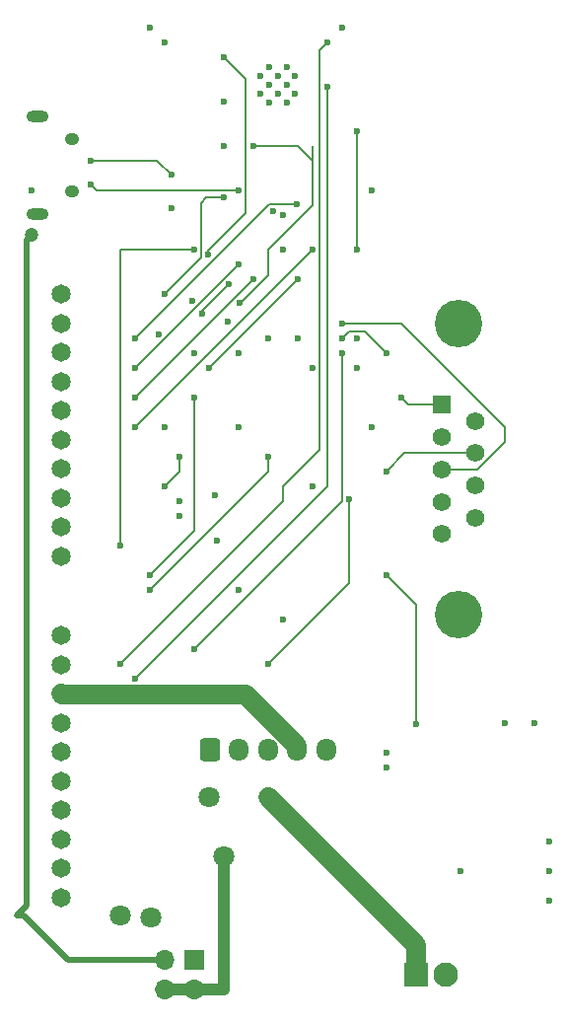
<source format=gbr>
%TF.GenerationSoftware,KiCad,Pcbnew,8.0.5*%
%TF.CreationDate,2024-10-10T20:32:43-06:00*%
%TF.ProjectId,PancakeCNCPCB,50616e63-616b-4654-934e-435043422e6b,rev?*%
%TF.SameCoordinates,Original*%
%TF.FileFunction,Copper,L4,Bot*%
%TF.FilePolarity,Positive*%
%FSLAX46Y46*%
G04 Gerber Fmt 4.6, Leading zero omitted, Abs format (unit mm)*
G04 Created by KiCad (PCBNEW 8.0.5) date 2024-10-10 20:32:43*
%MOMM*%
%LPD*%
G01*
G04 APERTURE LIST*
G04 Aperture macros list*
%AMRoundRect*
0 Rectangle with rounded corners*
0 $1 Rounding radius*
0 $2 $3 $4 $5 $6 $7 $8 $9 X,Y pos of 4 corners*
0 Add a 4 corners polygon primitive as box body*
4,1,4,$2,$3,$4,$5,$6,$7,$8,$9,$2,$3,0*
0 Add four circle primitives for the rounded corners*
1,1,$1+$1,$2,$3*
1,1,$1+$1,$4,$5*
1,1,$1+$1,$6,$7*
1,1,$1+$1,$8,$9*
0 Add four rect primitives between the rounded corners*
20,1,$1+$1,$2,$3,$4,$5,0*
20,1,$1+$1,$4,$5,$6,$7,0*
20,1,$1+$1,$6,$7,$8,$9,0*
20,1,$1+$1,$8,$9,$2,$3,0*%
G04 Aperture macros list end*
%TA.AperFunction,ComponentPad*%
%ADD10C,0.600000*%
%TD*%
%TA.AperFunction,ComponentPad*%
%ADD11O,1.900000X1.000000*%
%TD*%
%TA.AperFunction,ComponentPad*%
%ADD12O,1.250000X1.050000*%
%TD*%
%TA.AperFunction,ComponentPad*%
%ADD13R,1.700000X1.700000*%
%TD*%
%TA.AperFunction,ComponentPad*%
%ADD14O,1.700000X1.700000*%
%TD*%
%TA.AperFunction,ComponentPad*%
%ADD15C,1.651000*%
%TD*%
%TA.AperFunction,ComponentPad*%
%ADD16R,1.575000X1.575000*%
%TD*%
%TA.AperFunction,ComponentPad*%
%ADD17C,1.575000*%
%TD*%
%TA.AperFunction,ComponentPad*%
%ADD18C,4.066000*%
%TD*%
%TA.AperFunction,ComponentPad*%
%ADD19RoundRect,0.250000X-0.600000X-0.725000X0.600000X-0.725000X0.600000X0.725000X-0.600000X0.725000X0*%
%TD*%
%TA.AperFunction,ComponentPad*%
%ADD20O,1.700000X1.950000*%
%TD*%
%TA.AperFunction,ComponentPad*%
%ADD21R,2.100000X2.100000*%
%TD*%
%TA.AperFunction,ComponentPad*%
%ADD22C,2.100000*%
%TD*%
%TA.AperFunction,ViaPad*%
%ADD23C,1.800000*%
%TD*%
%TA.AperFunction,ViaPad*%
%ADD24C,0.600000*%
%TD*%
%TA.AperFunction,ViaPad*%
%ADD25C,1.200000*%
%TD*%
%TA.AperFunction,Conductor*%
%ADD26C,0.200000*%
%TD*%
%TA.AperFunction,Conductor*%
%ADD27C,1.700000*%
%TD*%
%TA.AperFunction,Conductor*%
%ADD28C,1.000000*%
%TD*%
%TA.AperFunction,Conductor*%
%ADD29C,0.500000*%
%TD*%
G04 APERTURE END LIST*
D10*
%TO.P,U2,41,GND*%
%TO.N,GND*%
X50140000Y-52590000D03*
X50140000Y-54090000D03*
X50890000Y-51840000D03*
X50890000Y-53340000D03*
X50890000Y-54840000D03*
X51640000Y-52590000D03*
X51640000Y-54090000D03*
X52390000Y-51840000D03*
X52390000Y-53340000D03*
X52390000Y-54840000D03*
X53140000Y-52590000D03*
X53140000Y-54090000D03*
%TD*%
D11*
%TO.P,J1,6,Shield*%
%TO.N,GND*%
X31000000Y-64430000D03*
D12*
X34000000Y-62480000D03*
X34000000Y-58030000D03*
D11*
X31000000Y-56080000D03*
%TD*%
D13*
%TO.P,J7,1,Pin_a1*%
%TO.N,+12V*%
X44430000Y-128470000D03*
D14*
%TO.P,J7,2,Pin_a2*%
%TO.N,VBUS*%
X41890000Y-128470000D03*
%TO.P,J7,3,Pin_b2*%
%TO.N,Net-(J7-Pin_b1)*%
X44430000Y-131010000D03*
%TO.P,J7,4,Pin_b1*%
X41890000Y-131010000D03*
%TD*%
D15*
%TO.P,J4,1,Pin_1*%
%TO.N,Net-(J4-Pin_1)*%
X33000000Y-71320000D03*
%TO.P,J4,2,Pin_2*%
%TO.N,Net-(J4-Pin_2)*%
X33000000Y-73820000D03*
%TO.P,J4,3,Pin_3*%
%TO.N,Net-(J4-Pin_3)*%
X33000000Y-76320000D03*
%TO.P,J4,4,Pin_4*%
%TO.N,Net-(J4-Pin_4)*%
X33000000Y-78820000D03*
%TO.P,J4,5,Pin_5*%
%TO.N,Net-(J4-Pin_5)*%
X33000000Y-81320000D03*
%TO.P,J4,6,Pin_6*%
%TO.N,Net-(J4-Pin_6)*%
X33000000Y-83820000D03*
%TO.P,J4,7,Pin_7*%
%TO.N,Net-(J4-Pin_7)*%
X33000000Y-86320000D03*
%TO.P,J4,8,Pin_8*%
%TO.N,Net-(J4-Pin_8)*%
X33000000Y-88820000D03*
%TO.P,J4,9,Pin_9*%
%TO.N,+3.3V*%
X33000000Y-91320000D03*
%TO.P,J4,10,Pin_10*%
%TO.N,GND*%
X33000000Y-93820000D03*
%TD*%
%TO.P,J5,10,Pin_10*%
%TO.N,Net-(J5-Pin_10)*%
X33000000Y-123110000D03*
%TO.P,J5,9,Pin_9*%
%TO.N,Net-(J5-Pin_9)*%
X33000000Y-120610000D03*
%TO.P,J5,8,Pin_8*%
%TO.N,Net-(J5-Pin_8)*%
X33000000Y-118110000D03*
%TO.P,J5,7,Pin_7*%
%TO.N,Net-(J5-Pin_7)*%
X33000000Y-115610000D03*
%TO.P,J5,6,Pin_6*%
%TO.N,Net-(J5-Pin_6)*%
X33000000Y-113110000D03*
%TO.P,J5,5,Pin_5*%
%TO.N,Net-(J5-Pin_5)*%
X33000000Y-110610000D03*
%TO.P,J5,4,Pin_4*%
%TO.N,Net-(J5-Pin_4)*%
X33000000Y-108110000D03*
%TO.P,J5,3,Pin_3*%
%TO.N,+5V*%
X33000000Y-105610000D03*
%TO.P,J5,2,Pin_2*%
%TO.N,+3.3V*%
X33000000Y-103110000D03*
%TO.P,J5,1,Pin_1*%
%TO.N,GND*%
X33000000Y-100610000D03*
%TD*%
D16*
%TO.P,J2,1,1*%
%TO.N,Net-(U2-IO15)*%
X65727500Y-80815000D03*
D17*
%TO.P,J2,2,2*%
%TO.N,GND*%
X65727500Y-83585000D03*
%TO.P,J2,3,3*%
%TO.N,Net-(U2-IO16)*%
X65727500Y-86355000D03*
%TO.P,J2,4,4*%
%TO.N,GND*%
X65727500Y-89125000D03*
%TO.P,J2,5,5*%
%TO.N,unconnected-(J2-Pad5)*%
X65727500Y-91895000D03*
%TO.P,J2,6,6*%
%TO.N,unconnected-(J2-Pad6)*%
X68567500Y-82200000D03*
%TO.P,J2,7,7*%
%TO.N,Net-(U6-B2)*%
X68567500Y-84970000D03*
%TO.P,J2,8,8*%
%TO.N,+5V*%
X68567500Y-87740000D03*
%TO.P,J2,9,9*%
%TO.N,GND*%
X68567500Y-90510000D03*
D18*
%TO.P,J2,S1*%
%TO.N,N/C*%
X67147500Y-98850000D03*
%TO.P,J2,S2*%
X67147500Y-73860000D03*
%TD*%
D19*
%TO.P,J6,1,Pin_1*%
%TO.N,Net-(J6-Pin_1)*%
X45780000Y-110390000D03*
D20*
%TO.P,J6,2,Pin_2*%
%TO.N,Net-(J6-Pin_2)*%
X48280000Y-110390000D03*
%TO.P,J6,3,Pin_3*%
%TO.N,Net-(J6-Pin_3)*%
X50780000Y-110390000D03*
%TO.P,J6,4,Pin_4*%
%TO.N,+5V*%
X53280000Y-110390000D03*
%TO.P,J6,5,Pin_5*%
%TO.N,GND*%
X55780000Y-110390000D03*
%TD*%
D21*
%TO.P,J3,1,Pin_1*%
%TO.N,+12V*%
X63480000Y-129740000D03*
D22*
%TO.P,J3,2,Pin_2*%
%TO.N,GND*%
X66020000Y-129740000D03*
%TD*%
D23*
%TO.N,+3.3V*%
X45700000Y-114500000D03*
D24*
%TO.N,Net-(D4-A2)*%
X42490000Y-61096857D03*
X35540000Y-59890000D03*
%TO.N,GND*%
X57130000Y-48460000D03*
X40620000Y-48460000D03*
%TO.N,+3.3V*%
X41890000Y-49730000D03*
%TO.N,Net-(D3-A1)*%
X47300000Y-73646471D03*
%TO.N,Net-(D4-A2)*%
X42490000Y-63935834D03*
X41410616Y-74760854D03*
%TO.N,Net-(J5-Pin_9)*%
X59670000Y-62430000D03*
X44272510Y-71898961D03*
%TO.N,Net-(J5-Pin_7)*%
X46970000Y-63030000D03*
X41890000Y-71320000D03*
%TO.N,Net-(U2-IO15)*%
X60940000Y-76400000D03*
X57130000Y-75130000D03*
X58400000Y-67510000D03*
X58400000Y-57350000D03*
%TO.N,Net-(U2-IO16)*%
X57130000Y-73860000D03*
%TO.N,Net-(U2-IO15)*%
X62210000Y-80210000D03*
%TO.N,Net-(U2-IO17)*%
X49510000Y-58620000D03*
X48364265Y-72044265D03*
%TO.N,Net-(SW1A-D)*%
X46970000Y-51000000D03*
X45123909Y-73018016D03*
X47394265Y-70474265D03*
X45630000Y-67908446D03*
%TO.N,+5V*%
X54590000Y-87830000D03*
%TO.N,Net-(U6-B2)*%
X60940000Y-86560000D03*
%TO.N,Net-(U2-IO21)*%
X43160000Y-90370000D03*
X46970000Y-54810000D03*
%TO.N,Net-(U2-IO12)*%
X52050000Y-67510000D03*
X43160000Y-89100000D03*
%TO.N,Net-(J6-Pin_3)*%
X46970000Y-58620000D03*
X48240000Y-96720000D03*
%TO.N,Net-(J6-Pin_2)*%
X52050000Y-64499998D03*
%TO.N,Net-(J6-Pin_1)*%
X51233620Y-64176418D03*
%TO.N,Net-(SW1A-D)*%
X43160000Y-85290000D03*
X41890000Y-87830000D03*
%TO.N,Net-(U2-IO3)*%
X44430000Y-67510000D03*
X63480000Y-108230000D03*
X38080000Y-92910000D03*
X60940000Y-95450000D03*
%TO.N,Net-(J5-Pin_9)*%
X57730000Y-88870389D03*
X50780000Y-103070000D03*
%TO.N,Net-(J5-Pin_8)*%
X44430000Y-80210000D03*
X40630243Y-95439756D03*
%TO.N,Net-(J5-Pin_7)*%
X50780000Y-85290000D03*
X40620000Y-96720000D03*
%TO.N,Net-(J5-Pin_6)*%
X44430000Y-101800000D03*
X57130000Y-76400000D03*
%TO.N,Net-(J5-Pin_5)*%
X55860000Y-53540000D03*
X39350000Y-104340000D03*
D23*
%TO.N,GND*%
X38080000Y-124660000D03*
%TO.N,Net-(J7-Pin_b1)*%
X46970000Y-119580000D03*
%TO.N,+3.3V*%
X40728859Y-124768859D03*
D24*
%TO.N,GND*%
X74910000Y-118310000D03*
%TO.N,+3.3V*%
X60940000Y-110690000D03*
%TO.N,GND*%
X60940000Y-111960000D03*
%TO.N,+3.3V*%
X73640000Y-108150000D03*
%TO.N,GND*%
X71100000Y-108150000D03*
X67290000Y-120850000D03*
X74910000Y-123390000D03*
%TO.N,+3.3V*%
X74910000Y-120850000D03*
D25*
%TO.N,+12V*%
X50780000Y-114500000D03*
D24*
%TO.N,GND*%
X52050000Y-99260000D03*
X44430000Y-76400000D03*
X46386762Y-92430021D03*
%TO.N,+3.3V*%
X46235542Y-88563124D03*
%TO.N,GND*%
X30460000Y-62430000D03*
X41890000Y-82750000D03*
%TO.N,+3.3V*%
X48240000Y-82750000D03*
%TO.N,GND*%
X59670000Y-82750000D03*
X50780000Y-75130000D03*
%TO.N,+3.3V*%
X58400000Y-77670000D03*
X58400000Y-75130000D03*
%TO.N,GND*%
X54590000Y-77670000D03*
%TO.N,+3.3V*%
X53320000Y-75130000D03*
X48240000Y-76400000D03*
%TO.N,Net-(J4-Pin_8)*%
X54590000Y-67510000D03*
X39350000Y-82750000D03*
%TO.N,Net-(J4-Pin_5)*%
X53308185Y-63576418D03*
X39350000Y-75130000D03*
%TO.N,Net-(J4-Pin_6)*%
X39350000Y-77670000D03*
X48240000Y-68780000D03*
%TO.N,Net-(J4-Pin_7)*%
X49510000Y-70050000D03*
X39350000Y-80210000D03*
%TO.N,Net-(D3-A1)*%
X35540000Y-61895000D03*
X48240000Y-62430000D03*
D25*
%TO.N,VBUS*%
X30460000Y-66240000D03*
D24*
%TO.N,Net-(J5-Pin_8)*%
X45700000Y-77670000D03*
X53320000Y-70050000D03*
%TO.N,Net-(J5-Pin_4)*%
X55860000Y-49730000D03*
X38080000Y-103070000D03*
%TD*%
D26*
%TO.N,Net-(J5-Pin_4)*%
X55190000Y-84690000D02*
X52050000Y-87830000D01*
X55860000Y-49730000D02*
X55190000Y-50400000D01*
X55190000Y-50400000D02*
X55190000Y-84690000D01*
X52050000Y-87830000D02*
X52050000Y-89100000D01*
X52050000Y-89100000D02*
X38080000Y-103070000D01*
%TO.N,Net-(D4-A2)*%
X41283143Y-59890000D02*
X42490000Y-61096857D01*
X35540000Y-59890000D02*
X41283143Y-59890000D01*
%TO.N,Net-(SW1A-D)*%
X48840000Y-64370000D02*
X48840000Y-52870000D01*
X45630000Y-67908446D02*
X45630000Y-67580000D01*
X45630000Y-67580000D02*
X48840000Y-64370000D01*
X48840000Y-52870000D02*
X46970000Y-51000000D01*
X45123909Y-72744621D02*
X47394265Y-70474265D01*
X45123909Y-73018016D02*
X45123909Y-72744621D01*
%TO.N,Net-(J4-Pin_5)*%
X50903582Y-63576418D02*
X39350000Y-75130000D01*
X53308185Y-63576418D02*
X50903582Y-63576418D01*
%TO.N,Net-(J5-Pin_7)*%
X45030000Y-68180000D02*
X45030000Y-63500000D01*
X45030000Y-63500000D02*
X45500000Y-63030000D01*
X41890000Y-71320000D02*
X45030000Y-68180000D01*
X45500000Y-63030000D02*
X46970000Y-63030000D01*
%TO.N,Net-(U2-IO15)*%
X57730000Y-74530000D02*
X57130000Y-75130000D01*
X60940000Y-76400000D02*
X59070000Y-74530000D01*
X59070000Y-74530000D02*
X57730000Y-74530000D01*
X58400000Y-58620000D02*
X58400000Y-57350000D01*
X58400000Y-67510000D02*
X58400000Y-58620000D01*
%TO.N,Net-(U2-IO16)*%
X62210000Y-73860000D02*
X57130000Y-73860000D01*
X65727500Y-86355000D02*
X68720458Y-86355000D01*
X71100000Y-82750000D02*
X62210000Y-73860000D01*
X68720458Y-86355000D02*
X71100000Y-83975458D01*
X71100000Y-83975458D02*
X71100000Y-82750000D01*
%TO.N,Net-(U2-IO15)*%
X62815000Y-80815000D02*
X65727500Y-80815000D01*
X62210000Y-80210000D02*
X62815000Y-80815000D01*
%TO.N,Net-(U2-IO17)*%
X53320000Y-58620000D02*
X49510000Y-58620000D01*
X54590000Y-59890000D02*
X53320000Y-58620000D01*
X50780000Y-67510000D02*
X54590000Y-63700000D01*
X54590000Y-58620000D02*
X54590000Y-59890000D01*
X50780000Y-69698529D02*
X50780000Y-67510000D01*
X48364265Y-72044265D02*
X48434264Y-72044265D01*
X48434264Y-72044265D02*
X50780000Y-69698529D01*
X54590000Y-63700000D02*
X54590000Y-58620000D01*
%TO.N,Net-(U6-B2)*%
X62530000Y-84970000D02*
X68567500Y-84970000D01*
X60940000Y-86560000D02*
X62530000Y-84970000D01*
%TO.N,Net-(SW1A-D)*%
X43160000Y-86560000D02*
X43160000Y-85290000D01*
X41890000Y-87830000D02*
X43160000Y-86560000D01*
%TO.N,Net-(J5-Pin_8)*%
X40630243Y-95439756D02*
X40630244Y-95439756D01*
X40630244Y-95439756D02*
X44430000Y-91640000D01*
X44430000Y-91640000D02*
X44430000Y-80210000D01*
%TO.N,Net-(U2-IO3)*%
X38080000Y-67510000D02*
X44430000Y-67510000D01*
X63480000Y-108230000D02*
X63480000Y-97990000D01*
X63480000Y-97990000D02*
X60940000Y-95450000D01*
X38080000Y-92910000D02*
X38080000Y-67510000D01*
%TO.N,Net-(J5-Pin_9)*%
X50780000Y-103070000D02*
X57730000Y-96120000D01*
X57730000Y-96120000D02*
X57730000Y-88870389D01*
%TO.N,Net-(J5-Pin_7)*%
X50780000Y-86560000D02*
X50780000Y-85290000D01*
X40620000Y-96720000D02*
X50780000Y-86560000D01*
%TO.N,Net-(J5-Pin_6)*%
X57130000Y-89100000D02*
X57130000Y-76400000D01*
X44430000Y-101800000D02*
X57130000Y-89100000D01*
%TO.N,Net-(J5-Pin_5)*%
X39350000Y-104340000D02*
X55860000Y-87830000D01*
X55860000Y-87830000D02*
X55860000Y-53540000D01*
D27*
%TO.N,+5V*%
X53280000Y-110390000D02*
X53280000Y-110077994D01*
X53280000Y-110077994D02*
X48892006Y-105690000D01*
X48892006Y-105690000D02*
X33080000Y-105690000D01*
X33080000Y-105690000D02*
X33000000Y-105610000D01*
D28*
%TO.N,Net-(J7-Pin_b1)*%
X46970000Y-119580000D02*
X46970000Y-131010000D01*
X46970000Y-131010000D02*
X44430000Y-131010000D01*
D27*
%TO.N,+12V*%
X63480000Y-127200000D02*
X50780000Y-114500000D01*
X63480000Y-129740000D02*
X63480000Y-127200000D01*
D26*
%TO.N,Net-(J4-Pin_8)*%
X39350000Y-82750000D02*
X54590000Y-67510000D01*
%TO.N,Net-(J4-Pin_6)*%
X39350000Y-77670000D02*
X48240000Y-68780000D01*
%TO.N,Net-(J4-Pin_7)*%
X39350000Y-80210000D02*
X49510000Y-70050000D01*
%TO.N,Net-(D3-A1)*%
X48240000Y-62430000D02*
X36075000Y-62430000D01*
X36075000Y-62430000D02*
X35540000Y-61895000D01*
D29*
%TO.N,VBUS*%
X29790000Y-124660000D02*
X29190000Y-124660000D01*
X30060000Y-123790000D02*
X30060000Y-66640000D01*
X30060000Y-66640000D02*
X30460000Y-66240000D01*
X29190000Y-124660000D02*
X30060000Y-123790000D01*
X33600000Y-128470000D02*
X29790000Y-124660000D01*
X41890000Y-128470000D02*
X33600000Y-128470000D01*
D26*
%TO.N,Net-(J5-Pin_8)*%
X45700000Y-77670000D02*
X53320000Y-70050000D01*
D28*
%TO.N,Net-(J7-Pin_b1)*%
X41890000Y-131010000D02*
X44430000Y-131010000D01*
%TD*%
M02*

</source>
